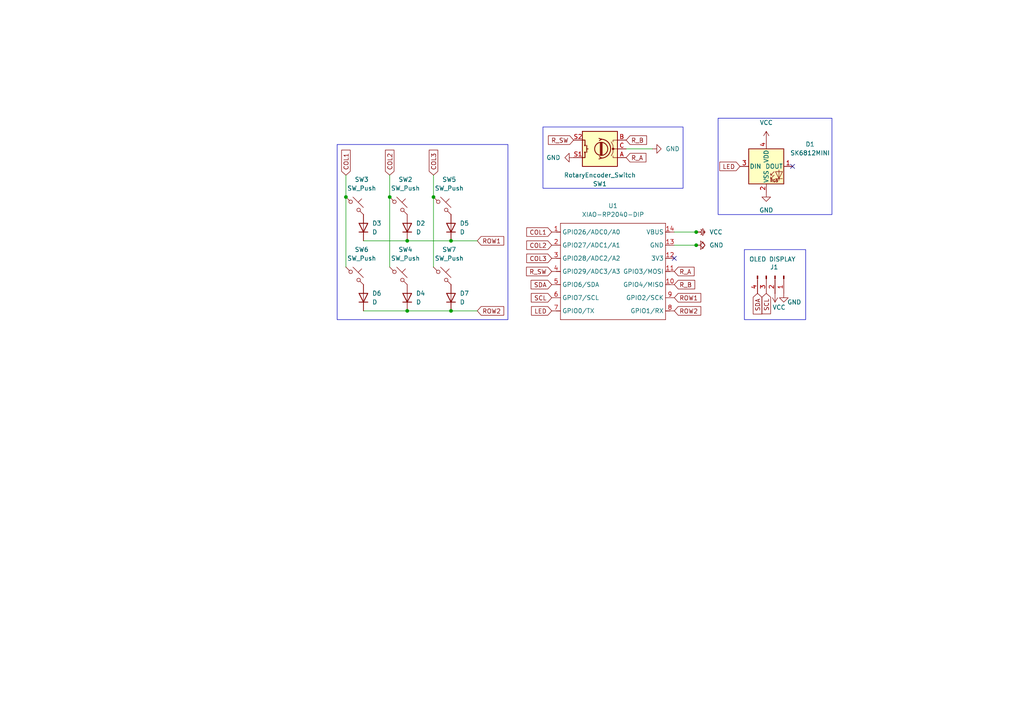
<source format=kicad_sch>
(kicad_sch (version 20250114) (generator "eeschema") (generator_version "9.0")
  (paper "A4")
  (lib_symbols
    (symbol "Connector:Conn_01x04_Pin" (pin_names (offset 1.016) (hide yes))
      (property "Reference" "J" (at 0 5.08 0))
      (property "Value" "Conn_01x04_Pin" (at 0 -7.62 0))
      (symbol "Conn_01x04_Pin_1_1"
        (rectangle (start 0.8636 2.667) (end 0 2.413) (stroke (width 0.1524)) (fill (type outline)))
        (rectangle (start 0.8636 0.127) (end 0 -0.127) (stroke (width 0.1524)) (fill (type outline)))
        (rectangle (start 0.8636 -2.413) (end 0 -2.667) (stroke (width 0.1524)) (fill (type outline)))
        (rectangle (start 0.8636 -4.953) (end 0 -5.207) (stroke (width 0.1524)) (fill (type outline)))
        (polyline (pts (xy 1.27 2.54) (xy 0.8636 2.54)) (stroke (width 0.1524)))
        (polyline (pts (xy 1.27 0) (xy 0.8636 0)) (stroke (width 0.1524)))
        (polyline (pts (xy 1.27 -2.54) (xy 0.8636 -2.54)) (stroke (width 0.1524)))
        (polyline (pts (xy 1.27 -5.08) (xy 0.8636 -5.08)) (stroke (width 0.1524)))
        (pin passive line (at 5.08 2.54 180) (length 3.81) (name "Pin_1") (number "1"))
        (pin passive line (at 5.08 0 180) (length 3.81) (name "Pin_2") (number "2"))
        (pin passive line (at 5.08 -2.54 180) (length 3.81) (name "Pin_3") (number "3"))
        (pin passive line (at 5.08 -5.08 180) (length 3.81) (name "Pin_4") (number "4"))
      )
    )
    (symbol "Device:D" (pin_numbers (hide yes)) (pin_names (offset 1.016) (hide yes))
      (property "Reference" "D" (at 0 2.54 0))
      (property "Value" "D" (at 0 -2.54 0))
      (symbol "D_0_1"
        (polyline (pts (xy -1.27 1.27) (xy -1.27 -1.27)) (stroke (width 0.254)))
        (polyline (pts (xy 1.27 1.27) (xy 1.27 -1.27) (xy -1.27 0) (xy 1.27 1.27)) (stroke (width 0.254)))
        (polyline (pts (xy 1.27 0) (xy -1.27 0)))
      )
      (symbol "D_1_1"
        (pin passive line (at -3.81 0 0) (length 2.54) (name "K") (number "1"))
        (pin passive line (at 3.81 0 180) (length 2.54) (name "A") (number "2"))
      )
    )
    (symbol "Device:RotaryEncoder_Switch" (pin_names (offset 0.254) (hide yes))
      (property "Reference" "SW" (at 0 6.604 0))
      (property "Value" "RotaryEncoder_Switch" (at 0 -6.604 0))
      (symbol "RotaryEncoder_Switch_0_1"
        (rectangle (start -5.08 5.08) (end 5.08 -5.08) (stroke (width 0.254)) (fill (type background)))
        (polyline (pts (xy -5.08 2.54) (xy -3.81 2.54) (xy -3.81 2.032)))
        (polyline (pts (xy -5.08 0) (xy -3.81 0) (xy -3.81 -1.016) (xy -3.302 -2.032)))
        (polyline (pts (xy -5.08 -2.54) (xy -3.81 -2.54) (xy -3.81 -2.032)))
        (polyline (pts (xy -4.318 0) (xy -3.81 0) (xy -3.81 1.016) (xy -3.302 2.032)))
        (circle (center -3.81 0) (radius 0.254) (fill (type outline)))
        (polyline (pts (xy -0.635 -1.778) (xy -0.635 1.778)) (stroke (width 0.254)))
        (circle (center -0.381 0) (radius 1.905) (stroke (width 0.254)))
        (polyline (pts (xy -0.381 -1.778) (xy -0.381 1.778)) (stroke (width 0.254)))
        (arc (start -0.381 -2.794) (mid -3.0988 -0.0635) (end -0.381 2.667) (stroke (width 0.254)))
        (polyline (pts (xy -0.127 1.778) (xy -0.127 -1.778)) (stroke (width 0.254)))
        (polyline (pts (xy 0.254 2.921) (xy -0.508 2.667) (xy 0.127 2.286)) (stroke (width 0.254)))
        (polyline (pts (xy 0.254 -3.048) (xy -0.508 -2.794) (xy 0.127 -2.413)) (stroke (width 0.254)))
        (polyline (pts (xy 3.81 1.016) (xy 3.81 -1.016)) (stroke (width 0.254)))
        (polyline (pts (xy 3.81 0) (xy 3.429 0)) (stroke (width 0.254)))
        (circle (center 4.318 1.016) (radius 0.127) (stroke (width 0.254)))
        (circle (center 4.318 -1.016) (radius 0.127) (stroke (width 0.254)))
        (polyline (pts (xy 5.08 2.54) (xy 4.318 2.54) (xy 4.318 1.016)) (stroke (width 0.254)))
        (polyline (pts (xy 5.08 -2.54) (xy 4.318 -2.54) (xy 4.318 -1.016)) (stroke (width 0.254)))
      )
      (symbol "RotaryEncoder_Switch_1_1"
        (pin passive line (at -7.62 2.54 0) (length 2.54) (name "A") (number "A"))
        (pin passive line (at -7.62 0 0) (length 2.54) (name "C") (number "C"))
        (pin passive line (at -7.62 -2.54 0) (length 2.54) (name "B") (number "B"))
        (pin passive line (at 7.62 2.54 180) (length 2.54) (name "S1") (number "S1"))
        (pin passive line (at 7.62 -2.54 180) (length 2.54) (name "S2") (number "S2"))
      )
    )
    (symbol "LED:SK6812MINI" (pin_names (offset 0.254))
      (property "Reference" "D" (at 5.08 5.715 0))
      (property "Value" "SK6812MINI" (at 1.27 -5.715 0))
      (symbol "SK6812MINI_0_0"
        (text "RGB" (at 2.286 -4.191 0) (effects (font (size 0.762 0.762))))
      )
      (symbol "SK6812MINI_0_1"
        (polyline (pts (xy 1.27 -2.54) (xy 1.778 -2.54)))
        (polyline (pts (xy 1.27 -3.556) (xy 1.778 -3.556)))
        (polyline (pts (xy 2.286 -1.524) (xy 1.27 -2.54) (xy 1.27 -2.032)))
        (polyline (pts (xy 2.286 -2.54) (xy 1.27 -3.556) (xy 1.27 -3.048)))
        (polyline (pts (xy 3.683 -1.016) (xy 3.683 -3.556) (xy 3.683 -4.064)))
        (polyline (pts (xy 4.699 -1.524) (xy 2.667 -1.524) (xy 3.683 -3.556) (xy 4.699 -1.524)))
        (polyline (pts (xy 4.699 -3.556) (xy 2.667 -3.556)))
        (rectangle (start 5.08 5.08) (end -5.08 -5.08) (stroke (width 0.254)) (fill (type background)))
      )
      (symbol "SK6812MINI_1_1"
        (pin input line (at -7.62 0 0) (length 2.54) (name "DIN") (number "3"))
        (pin power_in line (at 0 7.62 270) (length 2.54) (name "VDD") (number "4"))
        (pin power_in line (at 0 -7.62 90) (length 2.54) (name "VSS") (number "2"))
        (pin output line (at 7.62 0 180) (length 2.54) (name "DOUT") (number "1"))
      )
    )
    (symbol "OPL:XIAO-RP2040-DIP"
      (property "Reference" "U" (at 0 0 0))
      (property "Value" "XIAO-RP2040-DIP" (at 5.334 -1.778 0))
      (symbol "XIAO-RP2040-DIP_1_0"
        (polyline (pts (xy -1.27 -2.54) (xy 29.21 -2.54)) (stroke (width 0.1524)))
        (polyline (pts (xy -1.27 -5.08) (xy -2.54 -5.08)) (stroke (width 0.1524)))
        (polyline (pts (xy -1.27 -5.08) (xy -1.27 -2.54)) (stroke (width 0.1524)))
        (polyline (pts (xy -1.27 -8.89) (xy -2.54 -8.89)) (stroke (width 0.1524)))
        (polyline (pts (xy -1.27 -8.89) (xy -1.27 -5.08)) (stroke (width 0.1524)))
        (polyline (pts (xy -1.27 -12.7) (xy -2.54 -12.7)) (stroke (width 0.1524)))
        (polyline (pts (xy -1.27 -12.7) (xy -1.27 -8.89)) (stroke (width 0.1524)))
        (polyline (pts (xy -1.27 -16.51) (xy -2.54 -16.51)) (stroke (width 0.1524)))
        (polyline (pts (xy -1.27 -16.51) (xy -1.27 -12.7)) (stroke (width 0.1524)))
        (polyline (pts (xy -1.27 -20.32) (xy -2.54 -20.32)) (stroke (width 0.1524)))
        (polyline (pts (xy -1.27 -24.13) (xy -2.54 -24.13)) (stroke (width 0.1524)))
        (polyline (pts (xy -1.27 -27.94) (xy -2.54 -27.94)) (stroke (width 0.1524)))
        (polyline (pts (xy -1.27 -30.48) (xy -1.27 -16.51)) (stroke (width 0.1524)))
        (polyline (pts (xy 29.21 -2.54) (xy 29.21 -5.08)) (stroke (width 0.1524)))
        (polyline (pts (xy 29.21 -5.08) (xy 29.21 -8.89)) (stroke (width 0.1524)))
        (polyline (pts (xy 29.21 -8.89) (xy 29.21 -12.7)) (stroke (width 0.1524)))
        (polyline (pts (xy 29.21 -12.7) (xy 29.21 -30.48)) (stroke (width 0.1524)))
        (polyline (pts (xy 29.21 -30.48) (xy -1.27 -30.48)) (stroke (width 0.1524)))
        (polyline (pts (xy 30.48 -5.08) (xy 29.21 -5.08)) (stroke (width 0.1524)))
        (polyline (pts (xy 30.48 -8.89) (xy 29.21 -8.89)) (stroke (width 0.1524)))
        (polyline (pts (xy 30.48 -12.7) (xy 29.21 -12.7)) (stroke (width 0.1524)))
        (polyline (pts (xy 30.48 -16.51) (xy 29.21 -16.51)) (stroke (width 0.1524)))
        (polyline (pts (xy 30.48 -20.32) (xy 29.21 -20.32)) (stroke (width 0.1524)))
        (polyline (pts (xy 30.48 -24.13) (xy 29.21 -24.13)) (stroke (width 0.1524)))
        (polyline (pts (xy 30.48 -27.94) (xy 29.21 -27.94)) (stroke (width 0.1524)))
        (pin passive line (at -3.81 -5.08 0) (length 2.54) (name "GPIO26/ADC0/A0") (number "1"))
        (pin passive line (at -3.81 -8.89 0) (length 2.54) (name "GPIO27/ADC1/A1") (number "2"))
        (pin passive line (at -3.81 -12.7 0) (length 2.54) (name "GPIO28/ADC2/A2") (number "3"))
        (pin passive line (at -3.81 -16.51 0) (length 2.54) (name "GPIO29/ADC3/A3") (number "4"))
        (pin passive line (at -3.81 -20.32 0) (length 2.54) (name "GPIO6/SDA") (number "5"))
        (pin passive line (at -3.81 -24.13 0) (length 2.54) (name "GPIO7/SCL") (number "6"))
        (pin passive line (at -3.81 -27.94 0) (length 2.54) (name "GPIO0/TX") (number "7"))
        (pin passive line (at 31.75 -5.08 180) (length 2.54) (name "VBUS") (number "14"))
        (pin passive line (at 31.75 -8.89 180) (length 2.54) (name "GND") (number "13"))
        (pin passive line (at 31.75 -12.7 180) (length 2.54) (name "3V3") (number "12"))
        (pin passive line (at 31.75 -16.51 180) (length 2.54) (name "GPIO3/MOSI") (number "11"))
        (pin passive line (at 31.75 -20.32 180) (length 2.54) (name "GPIO4/MISO") (number "10"))
        (pin passive line (at 31.75 -24.13 180) (length 2.54) (name "GPIO2/SCK") (number "9"))
        (pin passive line (at 31.75 -27.94 180) (length 2.54) (name "GPIO1/RX") (number "8"))
      )
    )
    (symbol "Switch:SW_Push_45deg" (pin_numbers (hide yes)) (pin_names (offset 1.016) (hide yes))
      (property "Reference" "SW" (at 3.048 1.016 0))
      (property "Value" "SW_Push_45deg" (at 0 -3.81 0))
      (symbol "SW_Push_45deg_0_1"
        (polyline (pts (xy -2.54 2.54) (xy -1.524 1.524) (xy -1.524 1.524)))
        (circle (center -1.1684 1.1684) (radius 0.508))
        (polyline (pts (xy -0.508 2.54) (xy 2.54 -0.508)))
        (polyline (pts (xy 1.016 1.016) (xy 2.032 2.032)))
        (circle (center 1.143 -1.1938) (radius 0.508))
        (polyline (pts (xy 1.524 -1.524) (xy 2.54 -2.54) (xy 2.54 -2.54) (xy 2.54 -2.54)))
        (pin passive line (at -2.54 2.54 0) (length 0) (name "1") (number "1"))
        (pin passive line (at 2.54 -2.54 180) (length 0) (name "2") (number "2"))
      )
    )
    (symbol "power:GND" (power) (pin_numbers (hide yes)) (pin_names (offset 0) (hide yes))
      (property "Value" "GND" (at 0 -3.81 0))
      (symbol "GND_0_1"
        (polyline (pts (xy 0 0) (xy 0 -1.27) (xy 1.27 -1.27) (xy 0 -2.54) (xy -1.27 -1.27) (xy 0 -1.27)))
      )
      (symbol "GND_1_1"
        (pin power_in line (at 0 0 270) (length 0) (name "~") (number "1"))
      )
    )
    (symbol "power:PWR_FLAG" (power) (pin_numbers (hide yes)) (pin_names (offset 0) (hide yes))
      (property "Value" "PWR_FLAG" (at 0 3.81 0))
      (symbol "PWR_FLAG_0_0"
        (pin power_out line (at 0 0 90) (length 0) (name "~") (number "1"))
      )
      (symbol "PWR_FLAG_0_1"
        (polyline (pts (xy 0 0) (xy 0 1.27) (xy -1.016 1.905) (xy 0 2.54) (xy 1.016 1.905) (xy 0 1.27)))
      )
    )
    (symbol "power:VCC" (power) (pin_numbers (hide yes)) (pin_names (offset 0) (hide yes))
      (property "Value" "VCC" (at 0 3.556 0))
      (symbol "VCC_0_1"
        (polyline (pts (xy -0.762 1.27) (xy 0 2.54)))
        (polyline (pts (xy 0 2.54) (xy 0.762 1.27)))
        (polyline (pts (xy 0 0) (xy 0 2.54)))
      )
      (symbol "VCC_1_1"
        (pin power_in line (at 0 0 90) (length 0) (name "~") (number "1"))
      )
    )
  )
  (rectangle (start 157.48 36.83) (end 198.12 54.61))
  (rectangle (start 215.9 72.39) (end 233.68 92.71))
  (rectangle (start 208.28 34.29) (end 241.3 62.23))
  (rectangle (start 97.79 41.91) (end 147.32 92.71))
  (junction (at 118.11 69.85))
  (junction (at 130.81 90.17))
  (junction (at 113.03 57.15))
  (junction (at 201.93 67.31))
  (junction (at 201.93 71.12))
  (junction (at 125.73 57.15))
  (junction (at 118.11 90.17))
  (junction (at 130.81 69.85))
  (junction (at 100.33 57.15))
  (no_connect (at 229.87 48.26))
  (no_connect (at 195.58 74.93))
  (wire (pts (xy 100.33 57.15) (xy 100.33 77.47)))
  (wire (pts (xy 118.11 90.17) (xy 130.81 90.17)))
  (wire (pts (xy 118.11 69.85) (xy 130.81 69.85)))
  (wire (pts (xy 105.41 69.85) (xy 118.11 69.85)))
  (wire (pts (xy 105.41 90.17) (xy 118.11 90.17)))
  (wire (pts (xy 201.93 67.31) (xy 195.58 67.31)))
  (wire (pts (xy 113.03 57.15) (xy 113.03 77.47)))
  (wire (pts (xy 130.81 69.85) (xy 138.43 69.85)))
  (wire (pts (xy 130.81 90.17) (xy 138.43 90.17)))
  (wire (pts (xy 113.03 50.8) (xy 113.03 57.15)))
  (wire (pts (xy 201.93 71.12) (xy 195.58 71.12)))
  (wire (pts (xy 125.73 57.15) (xy 125.73 77.47)))
  (wire (pts (xy 125.73 50.8) (xy 125.73 57.15)))
  (wire (pts (xy 100.33 50.8) (xy 100.33 57.15)))
  (wire (pts (xy 181.61 43.18) (xy 189.23 43.18)))
  (global_label "R_A" (shape input) (at 195.58 78.74 0) (property "Intersheetrefs" "${INTERSHEET_REFS}" (effects (hide yes))))
  (global_label "COL3" (shape input) (at 125.73 50.8 90) (property "Intersheetrefs" "${INTERSHEET_REFS}" (effects (hide yes))))
  (global_label "COL1" (shape input) (at 160.02 67.31 180) (property "Intersheetrefs" "${INTERSHEET_REFS}" (effects (hide yes))))
  (global_label "SCL" (shape input) (at 160.02 86.36 180) (property "Intersheetrefs" "${INTERSHEET_REFS}" (effects (hide yes))))
  (global_label "LED" (shape input) (at 214.63 48.26 180) (property "Intersheetrefs" "${INTERSHEET_REFS}" (effects (hide yes))))
  (global_label "SCL" (shape input) (at 222.25 85.09 270) (property "Intersheetrefs" "${INTERSHEET_REFS}" (effects (hide yes))))
  (global_label "R_SW" (shape input) (at 160.02 78.74 180) (property "Intersheetrefs" "${INTERSHEET_REFS}" (effects (hide yes))))
  (global_label "ROW2" (shape input) (at 195.58 90.17 0) (property "Intersheetrefs" "${INTERSHEET_REFS}" (effects (hide yes))))
  (global_label "SDA" (shape input) (at 219.71 85.09 270) (property "Intersheetrefs" "${INTERSHEET_REFS}" (effects (hide yes))))
  (global_label "SDA" (shape input) (at 160.02 82.55 180) (property "Intersheetrefs" "${INTERSHEET_REFS}" (effects (hide yes))))
  (global_label "R_SW" (shape input) (at 166.37 40.64 180) (property "Intersheetrefs" "${INTERSHEET_REFS}" (effects (hide yes))))
  (global_label "COL2" (shape input) (at 113.03 50.8 90) (property "Intersheetrefs" "${INTERSHEET_REFS}" (effects (hide yes))))
  (global_label "R_B" (shape input) (at 195.58 82.55 0) (property "Intersheetrefs" "${INTERSHEET_REFS}" (effects (hide yes))))
  (global_label "ROW1" (shape input) (at 195.58 86.36 0) (property "Intersheetrefs" "${INTERSHEET_REFS}" (effects (hide yes))))
  (global_label "COL3" (shape input) (at 160.02 74.93 180) (property "Intersheetrefs" "${INTERSHEET_REFS}" (effects (hide yes))))
  (global_label "R_B" (shape input) (at 181.61 40.64 0) (property "Intersheetrefs" "${INTERSHEET_REFS}" (effects (hide yes))))
  (global_label "COL1" (shape input) (at 100.33 50.8 90) (property "Intersheetrefs" "${INTERSHEET_REFS}" (effects (hide yes))))
  (global_label "ROW2" (shape input) (at 138.43 90.17 0) (property "Intersheetrefs" "${INTERSHEET_REFS}" (effects (hide yes))))
  (global_label "COL2" (shape input) (at 160.02 71.12 180) (property "Intersheetrefs" "${INTERSHEET_REFS}" (effects (hide yes))))
  (global_label "LED" (shape input) (at 160.02 90.17 180) (property "Intersheetrefs" "${INTERSHEET_REFS}" (effects (hide yes))))
  (global_label "ROW1" (shape input) (at 138.43 69.85 0) (property "Intersheetrefs" "${INTERSHEET_REFS}" (effects (hide yes))))
  (global_label "R_A" (shape input) (at 181.61 45.72 0) (property "Intersheetrefs" "${INTERSHEET_REFS}" (effects (hide yes))))
  (symbol (lib_id "Device:D") (at 118.11 86.36 90) (unit 1)
    (property "Reference" "D4" (at 120.65 85.0899 90) (effects (justify right)))
    (property "Value" "D" (at 120.65 87.6299 90) (effects (justify right)))
    (property "Footprint" "Diode_THT:D_DO-35_SOD27_P7.62mm_Horizontal" (effects (hide yes)))
    (property "Description" "Diode" (effects (hide yes)))
    (property "Sim.Device" "D" (effects (hide yes)))
    (property "Sim.Pins" "1=K 2=A" (effects (hide yes)))
  )
  (symbol (lib_id "Switch:SW_Push_45deg") (at 128.27 80.01 0) (unit 1)
    (property "Reference" "SW7" (at 130.302 72.39 0))
    (property "Value" "SW_Push" (at 130.302 74.93 0))
    (property "Footprint" "MX_Solderable:MX-Solderable-1U" (effects (hide yes)))
    (property "Description" "Push button switch, normally open, two pins, 45° tilted" (effects (hide yes)))
  )
  (symbol (lib_id "power:GND") (at 227.33 85.09 0) (unit 1)
    (property "Reference" "#PWR05" (effects (hide yes)))
    (property "Value" "GND" (at 232.41 87.63 0) (effects (justify right)))
    (property "Description" "Power symbol creates a global label with name \"GND\" , ground" (effects (hide yes)))
  )
  (symbol (lib_id "power:GND") (at 201.93 71.12 90) (mirror x) (unit 1)
    (property "Reference" "#PWR02" (effects (hide yes)))
    (property "Value" "GND" (at 205.74 71.1201 90) (effects (justify right)))
    (property "Description" "Power symbol creates a global label with name \"GND\" , ground" (effects (hide yes)))
  )
  (symbol (lib_id "power:VCC") (at 201.93 67.31 270) (unit 1)
    (property "Reference" "#PWR01" (effects (hide yes)))
    (property "Value" "VCC" (at 205.74 67.3099 90) (effects (justify left)))
    (property "Description" "Power symbol creates a global label with name \"VCC\"" (effects (hide yes)))
  )
  (symbol (lib_id "Device:D") (at 130.81 66.04 90) (unit 1)
    (property "Reference" "D5" (at 133.35 64.7699 90) (effects (justify right)))
    (property "Value" "D" (at 133.35 67.3099 90) (effects (justify right)))
    (property "Footprint" "Diode_THT:D_DO-35_SOD27_P7.62mm_Horizontal" (effects (hide yes)))
    (property "Description" "Diode" (effects (hide yes)))
    (property "Sim.Device" "D" (effects (hide yes)))
    (property "Sim.Pins" "1=K 2=A" (effects (hide yes)))
  )
  (symbol (lib_id "Switch:SW_Push_45deg") (at 128.27 59.69 0) (unit 1)
    (property "Reference" "SW5" (at 130.302 52.07 0))
    (property "Value" "SW_Push" (at 130.302 54.61 0))
    (property "Footprint" "MX_Solderable:MX-Solderable-1U" (effects (hide yes)))
    (property "Description" "Push button switch, normally open, two pins, 45° tilted" (effects (hide yes)))
  )
  (symbol (lib_id "Device:D") (at 105.41 66.04 90) (unit 1)
    (property "Reference" "D3" (at 107.95 64.7699 90) (effects (justify right)))
    (property "Value" "D" (at 107.95 67.3099 90) (effects (justify right)))
    (property "Footprint" "Diode_THT:D_DO-35_SOD27_P7.62mm_Horizontal" (effects (hide yes)))
    (property "Description" "Diode" (effects (hide yes)))
    (property "Sim.Device" "D" (effects (hide yes)))
    (property "Sim.Pins" "1=K 2=A" (effects (hide yes)))
  )
  (symbol (lib_id "Switch:SW_Push_45deg") (at 102.87 59.69 0) (unit 1)
    (property "Reference" "SW3" (at 104.902 52.07 0))
    (property "Value" "SW_Push" (at 104.902 54.61 0))
    (property "Footprint" "MX_Solderable:MX-Solderable-1U" (effects (hide yes)))
    (property "Description" "Push button switch, normally open, two pins, 45° tilted" (effects (hide yes)))
  )
  (symbol (lib_id "power:VCC") (at 224.79 85.09 180) (unit 1)
    (property "Reference" "#PWR03" (effects (hide yes)))
    (property "Value" "VCC" (at 224.028 89.154 0) (effects (justify right)))
    (property "Description" "Power symbol creates a global label with name \"VCC\"" (effects (hide yes)))
  )
  (symbol (lib_id "power:VCC") (at 222.25 40.64 0) (unit 1)
    (property "Reference" "#PWR06" (effects (hide yes)))
    (property "Value" "VCC" (at 222.25 35.56 0))
    (property "Description" "Power symbol creates a global label with name \"VCC\"" (effects (hide yes)))
  )
  (symbol (lib_id "LED:SK6812MINI") (at 222.25 48.26 0) (unit 1)
    (property "Reference" "D1" (at 234.95 41.8398 0))
    (property "Value" "SK6812MINI" (at 234.95 44.3798 0))
    (property "Footprint" "libs:SK6812-MINI-E" (effects (hide yes)))
    (property "Datasheet" "https://cdn-shop.adafruit.com/product-files/2686/SK6812MINI_REV.01-1-2.pdf" (effects (hide yes)))
    (property "Description" "RGB LED with integrated controller" (effects (hide yes)))
  )
  (symbol (lib_id "power:GND") (at 166.37 45.72 270) (unit 1)
    (property "Reference" "#PWR08" (effects (hide yes)))
    (property "Value" "GND" (at 162.56 45.7199 90) (effects (justify right)))
    (property "Description" "Power symbol creates a global label with name \"GND\" , ground" (effects (hide yes)))
  )
  (symbol (lib_id "power:PWR_FLAG") (at 201.93 71.12 270) (unit 1)
    (property "Reference" "#FLG02" (effects (hide yes)))
    (property "Value" "PWR_FLAG" (effects (hide yes)))
    (property "Description" "Special symbol for telling ERC where power comes from" (effects (hide yes)))
  )
  (symbol (lib_id "Connector:Conn_01x04_Pin") (at 224.79 80.01 270) (unit 1)
    (property "Reference" "J1" (at 224.536 77.47 90))
    (property "Value" "OLED DISPLAY" (at 224.028 75.184 90))
    (property "Footprint" "OLED:SSD1306-0.91-OLED-4pin-128x32" (effects (hide yes)))
    (property "Description" "Generic connector, single row, 01x04, script generated" (effects (hide yes)))
  )
  (symbol (lib_id "Device:D") (at 105.41 86.36 90) (unit 1)
    (property "Reference" "D6" (at 107.95 85.0899 90) (effects (justify right)))
    (property "Value" "D" (at 107.95 87.6299 90) (effects (justify right)))
    (property "Footprint" "Diode_THT:D_DO-35_SOD27_P7.62mm_Horizontal" (effects (hide yes)))
    (property "Description" "Diode" (effects (hide yes)))
    (property "Sim.Device" "D" (effects (hide yes)))
    (property "Sim.Pins" "1=K 2=A" (effects (hide yes)))
  )
  (symbol (lib_id "power:GND") (at 189.23 43.18 90) (unit 1)
    (property "Reference" "#PWR04" (effects (hide yes)))
    (property "Value" "GND" (at 193.04 43.1799 90) (effects (justify right)))
    (property "Description" "Power symbol creates a global label with name \"GND\" , ground" (effects (hide yes)))
  )
  (symbol (lib_id "Switch:SW_Push_45deg") (at 115.57 59.69 0) (unit 1)
    (property "Reference" "SW2" (at 117.602 52.07 0))
    (property "Value" "SW_Push" (at 117.602 54.61 0))
    (property "Footprint" "MX_Solderable:MX-Solderable-1U" (effects (hide yes)))
    (property "Description" "Push button switch, normally open, two pins, 45° tilted" (effects (hide yes)))
  )
  (symbol (lib_id "OPL:XIAO-RP2040-DIP") (at 163.83 62.23 0) (unit 1)
    (property "Reference" "U1" (at 177.8 59.69 0))
    (property "Value" "XIAO-RP2040-DIP" (at 177.8 62.23 0))
    (property "Footprint" "OPL:XIAO-RP2040-DIP" (effects (hide yes)))
  )
  (symbol (lib_id "Switch:SW_Push_45deg") (at 102.87 80.01 0) (unit 1)
    (property "Reference" "SW6" (at 104.902 72.39 0))
    (property "Value" "SW_Push" (at 104.902 74.93 0))
    (property "Footprint" "MX_Solderable:MX-Solderable-1U" (effects (hide yes)))
    (property "Description" "Push button switch, normally open, two pins, 45° tilted" (effects (hide yes)))
  )
  (symbol (lib_id "Device:D") (at 130.81 86.36 90) (unit 1)
    (property "Reference" "D7" (at 133.35 85.0899 90) (effects (justify right)))
    (property "Value" "D" (at 133.35 87.6299 90) (effects (justify right)))
    (property "Footprint" "Diode_THT:D_DO-35_SOD27_P7.62mm_Horizontal" (effects (hide yes)))
    (property "Description" "Diode" (effects (hide yes)))
    (property "Sim.Device" "D" (effects (hide yes)))
    (property "Sim.Pins" "1=K 2=A" (effects (hide yes)))
  )
  (symbol (lib_id "Device:D") (at 118.11 66.04 90) (unit 1)
    (property "Reference" "D2" (at 120.65 64.7699 90) (effects (justify right)))
    (property "Value" "D" (at 120.65 67.3099 90) (effects (justify right)))
    (property "Footprint" "Diode_THT:D_DO-35_SOD27_P7.62mm_Horizontal" (effects (hide yes)))
    (property "Description" "Diode" (effects (hide yes)))
    (property "Sim.Device" "D" (effects (hide yes)))
    (property "Sim.Pins" "1=K 2=A" (effects (hide yes)))
  )
  (symbol (lib_id "Switch:SW_Push_45deg") (at 115.57 80.01 0) (unit 1)
    (property "Reference" "SW4" (at 117.602 72.39 0))
    (property "Value" "SW_Push" (at 117.602 74.93 0))
    (property "Footprint" "MX_Solderable:MX-Solderable-1U" (effects (hide yes)))
    (property "Description" "Push button switch, normally open, two pins, 45° tilted" (effects (hide yes)))
  )
  (symbol (lib_id "power:PWR_FLAG") (at 201.93 67.31 270) (unit 1)
    (property "Reference" "#FLG01" (effects (hide yes)))
    (property "Value" "PWR_FLAG" (effects (hide yes)))
    (property "Description" "Special symbol for telling ERC where power comes from" (effects (hide yes)))
  )
  (symbol (lib_id "Device:RotaryEncoder_Switch") (at 173.99 43.18 180) (unit 1)
    (property "Reference" "SW1" (at 173.99 53.34 0))
    (property "Value" "RotaryEncoder_Switch" (at 173.99 50.8 0))
    (property "Footprint" "Rotary_Encoder:RotaryEncoder_Alps_EC11E-Switch_Vertical_H20mm" (effects (hide yes)))
    (property "Description" "Rotary encoder, dual channel, incremental quadrate outputs, with switch" (effects (hide yes)))
  )
  (symbol (lib_id "power:GND") (at 222.25 55.88 0) (unit 1)
    (property "Reference" "#PWR07" (effects (hide yes)))
    (property "Value" "GND" (at 222.25 60.96 0))
    (property "Description" "Power symbol creates a global label with name \"GND\" , ground" (effects (hide yes)))
  )
)
</source>
